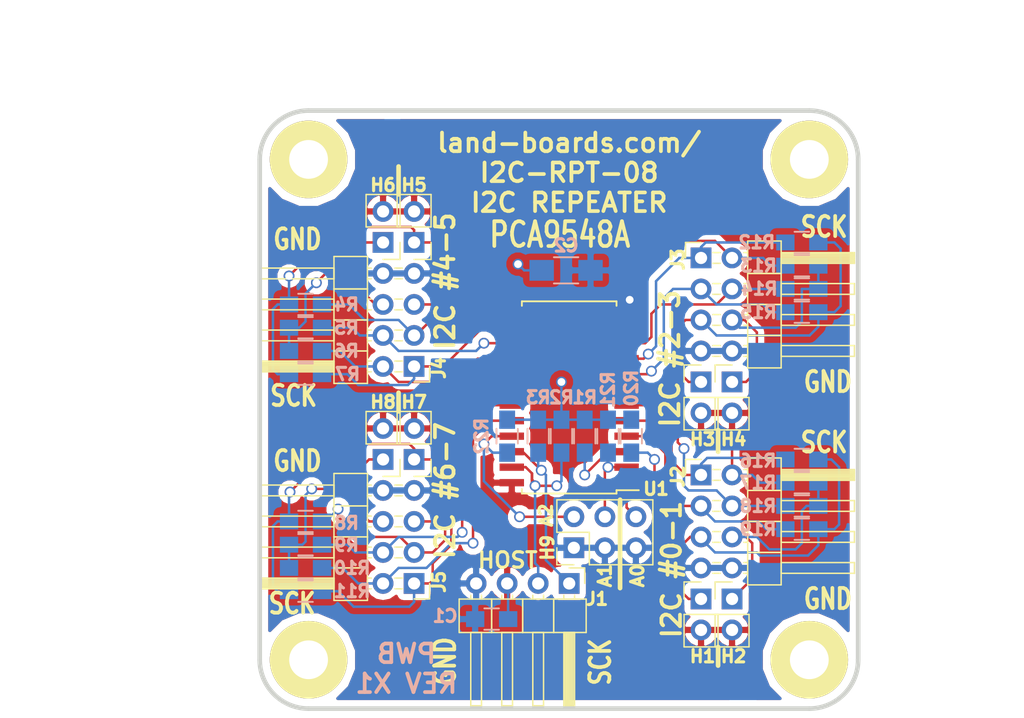
<source format=kicad_pcb>
(kicad_pcb (version 4) (host pcbnew "(after 2015-mar-04 BZR unknown)-product")
  (layers (0 Front signal) (31 Back signal) (36 B.SilkS user) (37 F.SilkS user) (38 B.Mask user) (39 F.Mask user) (44 Edge.Cuts user))
  (net 0 "")
  (net 1 GND)
  (net 2 /SDA0)
  (net 3 /SCK0)
  (net 4 /SDA1)
  (net 5 /SCK1)
  (net 6 /SDA2)
  (net 7 /SCK2)
  (net 8 /SDA3)
  (net 9 /SCK3)
  (net 10 VCC)
  (net 11 "Net-(J1-Pad1)")
  (net 12 "Net-(J1-Pad2)")
  (net 13 /SCK4)
  (net 14 /SCK5)
  (net 15 /SDA4)
  (net 16 /SDA5)
  (net 17 /SCK6)
  (net 18 /SCK7)
  (net 19 /SDA6)
  (net 20 /SDA7)
  (net 21 /VC0)
  (net 22 /VC1)
  (net 23 /VC2)
  (net 24 /VC3)
  (net 25 /VC4)
  (net 26 /VC5)
  (net 27 /VC6)
  (net 28 /VC7)
  (net 29 "Net-(R1-Pad2)")
  (net 30 /A2)
  (net 31 /A1)
  (net 32 /A0)
  (module FIDUCIAL (layer Front) (at 194.564 127)
    (fp_text reference FID1 hide)
    (fp_text value ADAFRUIT_FIDUCIAL hide)
    (pad 1 smd circle (at 0 0) (size 1 1) (layers Front F.Mask) (clearance 1))
  )
  (module FIDUCIAL (layer Front) (at 165.862 82.296)
    (fp_text reference FID2 hide)
    (fp_text value ADAFRUIT_FIDUCIAL hide)
    (pad 1 smd circle (at 0 0) (size 1 1) (layers Front F.Mask) (clearance 1))
  )
  (module Resistors_SMD:R_0805_HandSoldering (layer Back) (at 199.39 90.805)
    (fp_text reference R12 (at -3.69 -0.005) (layer B.SilkS) (effects (font (size 1.016 1.016) (thickness 0.254)) (justify mirror)))
    (fp_text value 2.2K hide)
    (pad 1 smd rect (at -1.35 0) (size 1.5 1.3) (layers Back B.Mask) (net 7 /SCK2))
    (pad 2 smd rect (at 1.35 0) (size 1.5 1.3) (layers Back B.Mask) (net 23 /VC2))
  )
  (module Resistors_SMD:R_0805_HandSoldering (layer Back) (at 199.39 96.52)
    (fp_text reference R15 (at -3.556 0) (layer B.SilkS) (effects (font (size 1.016 1.016) (thickness 0.254)) (justify mirror)))
    (fp_text value 2.2K hide)
    (pad 1 smd rect (at -1.35 0) (size 1.5 1.3) (layers Back B.Mask) (net 6 /SDA2))
    (pad 2 smd rect (at 1.35 0) (size 1.5 1.3) (layers Back B.Mask) (net 23 /VC2))
  )
  (module Resistors_SMD:R_0805_HandSoldering (layer Back) (at 199.39 92.71)
    (fp_text reference R13 (at -3.556 0) (layer B.SilkS) (effects (font (size 1.016 1.016) (thickness 0.254)) (justify mirror)))
    (fp_text value 2.2K hide)
    (pad 1 smd rect (at -1.35 0) (size 1.5 1.3) (layers Back B.Mask) (net 9 /SCK3))
    (pad 2 smd rect (at 1.35 0) (size 1.5 1.3) (layers Back B.Mask) (net 24 /VC3))
  )
  (module Resistors_SMD:R_0805_HandSoldering (layer Back) (at 158.75 99.695 180)
    (fp_text reference R6 (at -3.35 -0.005 180) (layer B.SilkS) (effects (font (size 1.016 1.016) (thickness 0.254)) (justify mirror)))
    (fp_text value 2.2K hide)
    (pad 1 smd rect (at -1.35 0 180) (size 1.5 1.3) (layers Back B.Mask) (net 14 /SCK5))
    (pad 2 smd rect (at 1.35 0 180) (size 1.5 1.3) (layers Back B.Mask) (net 26 /VC5))
  )
  (module Resistors_SMD:R_0805_HandSoldering (layer Back) (at 158.75 95.885 180)
    (fp_text reference R4 (at -3.35 -0.015 180) (layer B.SilkS) (effects (font (size 1.016 1.016) (thickness 0.254)) (justify mirror)))
    (fp_text value 2.2K hide)
    (pad 1 smd rect (at -1.35 0 180) (size 1.5 1.3) (layers Back B.Mask) (net 15 /SDA4))
    (pad 2 smd rect (at 1.35 0 180) (size 1.5 1.3) (layers Back B.Mask) (net 25 /VC4))
  )
  (module Resistors_SMD:R_0805_HandSoldering (layer Back) (at 199.39 108.585)
    (fp_text reference R16 (at -3.59 0.115) (layer B.SilkS) (effects (font (size 1.016 1.016) (thickness 0.254)) (justify mirror)))
    (fp_text value 2.2K hide)
    (pad 1 smd rect (at -1.35 0) (size 1.5 1.3) (layers Back B.Mask) (net 3 /SCK0))
    (pad 2 smd rect (at 1.35 0) (size 1.5 1.3) (layers Back B.Mask) (net 21 /VC0))
  )
  (module Resistors_SMD:R_0805_HandSoldering (layer Back) (at 199.39 114.3)
    (fp_text reference R19 (at -3.59 0) (layer B.SilkS) (effects (font (size 1.016 1.016) (thickness 0.254)) (justify mirror)))
    (fp_text value 2.2K hide)
    (pad 1 smd rect (at -1.35 0) (size 1.5 1.3) (layers Back B.Mask) (net 2 /SDA0))
    (pad 2 smd rect (at 1.35 0) (size 1.5 1.3) (layers Back B.Mask) (net 21 /VC0))
  )
  (module Resistors_SMD:R_0805_HandSoldering (layer Back) (at 158.75 119.38 180)
    (fp_text reference R11 (at -3.81 0 180) (layer B.SilkS) (effects (font (size 1.016 1.016) (thickness 0.254)) (justify mirror)))
    (fp_text value 2.2K hide)
    (pad 1 smd rect (at -1.35 0 180) (size 1.5 1.3) (layers Back B.Mask) (net 17 /SCK6))
    (pad 2 smd rect (at 1.35 0 180) (size 1.5 1.3) (layers Back B.Mask) (net 27 /VC6))
  )
  (module Resistors_SMD:R_0805_HandSoldering (layer Back) (at 199.39 94.615)
    (fp_text reference R14 (at -3.49 -0.015) (layer B.SilkS) (effects (font (size 1.016 1.016) (thickness 0.254)) (justify mirror)))
    (fp_text value 2.2K hide)
    (pad 1 smd rect (at -1.35 0) (size 1.5 1.3) (layers Back B.Mask) (net 8 /SDA3))
    (pad 2 smd rect (at 1.35 0) (size 1.5 1.3) (layers Back B.Mask) (net 24 /VC3))
  )
  (module Resistors_SMD:R_0805_HandSoldering (layer Back) (at 177.8 106.68 270)
    (fp_text reference R3 (at -3.175 0 360) (layer B.SilkS) (effects (font (size 1.016 1.016) (thickness 0.254)) (justify mirror)))
    (fp_text value 2.2K hide)
    (pad 1 smd rect (at -1.35 0 270) (size 1.5 1.3) (layers Back B.Mask) (net 10 VCC))
    (pad 2 smd rect (at 1.35 0 270) (size 1.5 1.3) (layers Back B.Mask) (net 11 "Net-(J1-Pad1)"))
  )
  (module Resistors_SMD:R_0805_HandSoldering (layer Back) (at 199.39 112.395)
    (fp_text reference R18 (at -3.59 0.005) (layer B.SilkS) (effects (font (size 1.016 1.016) (thickness 0.254)) (justify mirror)))
    (fp_text value 2.2K hide)
    (pad 1 smd rect (at -1.35 0) (size 1.5 1.3) (layers Back B.Mask) (net 4 /SDA1))
    (pad 2 smd rect (at 1.35 0) (size 1.5 1.3) (layers Back B.Mask) (net 22 /VC1))
  )
  (module Resistors_SMD:R_0805_HandSoldering (layer Back) (at 158.75 97.79 180)
    (fp_text reference R5 (at -3.35 -0.01 180) (layer B.SilkS) (effects (font (size 1.016 1.016) (thickness 0.254)) (justify mirror)))
    (fp_text value 2.2K hide)
    (pad 1 smd rect (at -1.35 0 180) (size 1.5 1.3) (layers Back B.Mask) (net 16 /SDA5))
    (pad 2 smd rect (at 1.35 0 180) (size 1.5 1.3) (layers Back B.Mask) (net 26 /VC5))
  )
  (module MTG-4-40 (layer Front) (at 159 84)
    (fp_text reference MTG1 hide)
    (fp_text value MTG_HOLE hide)
    (pad 1 thru_hole circle (at 0 0) (size 6.35 6.35) (drill 3.175) (layers *.Cu *.Mask F.SilkS))
  )
  (module MTG-4-40 (layer Front) (at 200 84)
    (fp_text reference MTG3 hide)
    (fp_text value MTG_HOLE hide)
    (pad 1 thru_hole circle (at 0 0) (size 6.35 6.35) (drill 3.175) (layers *.Cu *.Mask F.SilkS))
  )
  (module MTG-4-40 (layer Front) (at 159 125)
    (fp_text reference MTG2 hide)
    (fp_text value MTG_HOLE hide)
    (pad 1 thru_hole circle (at 0 0) (size 6.35 6.35) (drill 3.175) (layers *.Cu *.Mask F.SilkS))
  )
  (module MTG-4-40 (layer Front) (at 200 125)
    (fp_text reference MTG4 hide)
    (fp_text value MTG_HOLE hide)
    (pad 1 thru_hole circle (at 0 0) (size 6.35 6.35) (drill 3.175) (layers *.Cu *.Mask F.SilkS))
  )
  (module Resistors_SMD:R_0805_HandSoldering (layer Back) (at 158.75 101.6 180)
    (fp_text reference R7 (at -3.45 0 180) (layer B.SilkS) (effects (font (size 1.016 1.016) (thickness 0.254)) (justify mirror)))
    (fp_text value 2.2K hide)
    (pad 1 smd rect (at -1.35 0 180) (size 1.5 1.3) (layers Back B.Mask) (net 13 /SCK4))
    (pad 2 smd rect (at 1.35 0 180) (size 1.5 1.3) (layers Back B.Mask) (net 25 /VC4))
  )
  (module Resistors_SMD:R_0805_HandSoldering (layer Back) (at 179.705 106.68 270)
    (fp_text reference R2 (at -3.175 0 360) (layer B.SilkS) (effects (font (size 1.016 1.016) (thickness 0.254)) (justify mirror)))
    (fp_text value 2.2K hide)
    (pad 1 smd rect (at -1.35 0 270) (size 1.5 1.3) (layers Back B.Mask) (net 10 VCC))
    (pad 2 smd rect (at 1.35 0 270) (size 1.5 1.3) (layers Back B.Mask) (net 12 "Net-(J1-Pad2)"))
  )
  (module Resistors_SMD:R_0805_HandSoldering (layer Back) (at 199.39 110.49)
    (fp_text reference R17 (at -3.59 0.01) (layer B.SilkS) (effects (font (size 1.016 1.016) (thickness 0.254)) (justify mirror)))
    (fp_text value 2.2K hide)
    (pad 1 smd rect (at -1.35 0) (size 1.5 1.3) (layers Back B.Mask) (net 5 /SCK1))
    (pad 2 smd rect (at 1.35 0) (size 1.5 1.3) (layers Back B.Mask) (net 22 /VC1))
  )
  (module Resistors_SMD:R_0805_HandSoldering (layer Back) (at 173.99 121.666 180)
    (fp_text reference C1 (at 3.81 0.254 180) (layer B.SilkS) (effects (font (size 1.016 1.016) (thickness 0.254)) (justify mirror)))
    (fp_text value 0.1uF hide)
    (pad 1 smd rect (at -1.35 0 180) (size 1.5 1.3) (layers Back B.Mask) (net 10 VCC))
    (pad 2 smd rect (at 1.35 0 180) (size 1.5 1.3) (layers Back B.Mask) (net 1 GND))
  )
  (module Resistors_SMD:R_1206_HandSoldering (layer Back) (at 180.086 93.091)
    (fp_text reference C2 (at 0 -2.032) (layer B.SilkS) (effects (font (size 1.016 1.016) (thickness 0.254)) (justify mirror)))
    (fp_text value 0.1uF hide)
    (pad 1 smd rect (at -2 0) (size 2 1.7) (layers Back B.Mask) (net 10 VCC))
    (pad 2 smd rect (at 2 0) (size 2 1.7) (layers Back B.Mask) (net 1 GND))
  )
  (module Resistors_SMD:R_0805_HandSoldering (layer Back) (at 158.75 113.665 180)
    (fp_text reference R8 (at -3.35 -0.135 180) (layer B.SilkS) (effects (font (size 1.016 1.016) (thickness 0.254)) (justify mirror)))
    (fp_text value 2.2K hide)
    (pad 1 smd rect (at -1.35 0 180) (size 1.5 1.3) (layers Back B.Mask) (net 19 /SDA6))
    (pad 2 smd rect (at 1.35 0 180) (size 1.5 1.3) (layers Back B.Mask) (net 27 /VC6))
  )
  (module Resistors_SMD:R_0805_HandSoldering (layer Back) (at 158.75 117.475 180)
    (fp_text reference R10 (at -3.81 0 180) (layer B.SilkS) (effects (font (size 1.016 1.016) (thickness 0.254)) (justify mirror)))
    (fp_text value 2.2K hide)
    (pad 1 smd rect (at -1.35 0 180) (size 1.5 1.3) (layers Back B.Mask) (net 18 /SCK7))
    (pad 2 smd rect (at 1.35 0 180) (size 1.5 1.3) (layers Back B.Mask) (net 28 /VC7))
  )
  (module Resistors_SMD:R_0805_HandSoldering (layer Back) (at 158.75 115.57 180)
    (fp_text reference R9 (at -3.35 -0.03 180) (layer B.SilkS) (effects (font (size 1.016 1.016) (thickness 0.254)) (justify mirror)))
    (fp_text value 2.2K hide)
    (pad 1 smd rect (at -1.35 0 180) (size 1.5 1.3) (layers Back B.Mask) (net 20 /SDA7))
    (pad 2 smd rect (at 1.35 0 180) (size 1.5 1.3) (layers Back B.Mask) (net 28 /VC7))
  )
  (module Resistors_SMD:R_0805_HandSoldering (layer Back) (at 181.61 106.68 270)
    (fp_text reference R1 (at -3.175 0 360) (layer B.SilkS) (effects (font (size 1.016 1.016) (thickness 0.254)) (justify mirror)))
    (fp_text value 2.2K hide)
    (pad 1 smd rect (at -1.35 0 270) (size 1.5 1.3) (layers Back B.Mask) (net 10 VCC))
    (pad 2 smd rect (at 1.35 0 270) (size 1.5 1.3) (layers Back B.Mask) (net 29 "Net-(R1-Pad2)"))
  )
  (module Pin_Headers:Pin_Header_Angled_1x04_Pitch2.54mm (layer Front) (at 180.34 118.745 270)
    (fp_text reference J1 (at 1.27 -2.286 360) (layer F.SilkS) (effects (font (size 1.016 1.016) (thickness 0.254))))
    (fp_text value CONN_01X04 hide)
    (pad 1 thru_hole rect (at 0 0 270) (size 1.7 1.7) (drill 1) (layers *.Cu *.Mask) (net 11 "Net-(J1-Pad1)"))
    (pad 2 thru_hole oval (at 0 2.54 270) (size 1.7 1.7) (drill 1) (layers *.Cu *.Mask) (net 12 "Net-(J1-Pad2)"))
    (pad 3 thru_hole oval (at 0 5.08 270) (size 1.7 1.7) (drill 1) (layers *.Cu *.Mask) (net 10 VCC))
    (pad 4 thru_hole oval (at 0 7.62 270) (size 1.7 1.7) (drill 1) (layers *.Cu *.Mask) (net 1 GND))
  )
  (module Pin_Headers:Pin_Header_Angled_2x04_Pitch2.54mm (layer Front) (at 191.135 109.855)
    (fp_text reference J2 (at -1.905 0.127 90) (layer F.SilkS) (effects (font (size 1.016 1.016) (thickness 0.254))))
    (fp_text value CONN_02X04 hide)
    (pad 1 thru_hole rect (at 0 0) (size 1.7 1.7) (drill 1) (layers *.Cu *.Mask) (net 3 /SCK0))
    (pad 2 thru_hole oval (at 2.54 0) (size 1.7 1.7) (drill 1) (layers *.Cu *.Mask) (net 5 /SCK1))
    (pad 3 thru_hole oval (at 0 2.54) (size 1.7 1.7) (drill 1) (layers *.Cu *.Mask) (net 2 /SDA0))
    (pad 4 thru_hole oval (at 2.54 2.54) (size 1.7 1.7) (drill 1) (layers *.Cu *.Mask) (net 4 /SDA1))
    (pad 5 thru_hole oval (at 0 5.08) (size 1.7 1.7) (drill 1) (layers *.Cu *.Mask) (net 21 /VC0))
    (pad 6 thru_hole oval (at 2.54 5.08) (size 1.7 1.7) (drill 1) (layers *.Cu *.Mask) (net 22 /VC1))
    (pad 7 thru_hole oval (at 0 7.62) (size 1.7 1.7) (drill 1) (layers *.Cu *.Mask) (net 1 GND))
    (pad 8 thru_hole oval (at 2.54 7.62) (size 1.7 1.7) (drill 1) (layers *.Cu *.Mask) (net 1 GND))
  )
  (module Pin_Headers:Pin_Header_Angled_2x04_Pitch2.54mm (layer Front) (at 191.135 92.075)
    (fp_text reference J3 (at -1.905 0.127 90) (layer F.SilkS) (effects (font (size 1.016 1.016) (thickness 0.254))))
    (fp_text value CONN_02X04 hide)
    (pad 1 thru_hole rect (at 0 0) (size 1.7 1.7) (drill 1) (layers *.Cu *.Mask) (net 7 /SCK2))
    (pad 2 thru_hole oval (at 2.54 0) (size 1.7 1.7) (drill 1) (layers *.Cu *.Mask) (net 9 /SCK3))
    (pad 3 thru_hole oval (at 0 2.54) (size 1.7 1.7) (drill 1) (layers *.Cu *.Mask) (net 6 /SDA2))
    (pad 4 thru_hole oval (at 2.54 2.54) (size 1.7 1.7) (drill 1) (layers *.Cu *.Mask) (net 8 /SDA3))
    (pad 5 thru_hole oval (at 0 5.08) (size 1.7 1.7) (drill 1) (layers *.Cu *.Mask) (net 23 /VC2))
    (pad 6 thru_hole oval (at 2.54 5.08) (size 1.7 1.7) (drill 1) (layers *.Cu *.Mask) (net 24 /VC3))
    (pad 7 thru_hole oval (at 0 7.62) (size 1.7 1.7) (drill 1) (layers *.Cu *.Mask) (net 1 GND))
    (pad 8 thru_hole oval (at 2.54 7.62) (size 1.7 1.7) (drill 1) (layers *.Cu *.Mask) (net 1 GND))
  )
  (module Pin_Headers:Pin_Header_Angled_2x04_Pitch2.54mm (layer Front) (at 167.64 100.965 180)
    (fp_text reference J4 (at -2.032 -0.127 270) (layer F.SilkS) (effects (font (size 1.016 1.016) (thickness 0.254))))
    (fp_text value CONN_02X04 hide)
    (pad 1 thru_hole rect (at 0 0 180) (size 1.7 1.7) (drill 1) (layers *.Cu *.Mask) (net 13 /SCK4))
    (pad 2 thru_hole oval (at 2.54 0 180) (size 1.7 1.7) (drill 1) (layers *.Cu *.Mask) (net 14 /SCK5))
    (pad 3 thru_hole oval (at 0 2.54 180) (size 1.7 1.7) (drill 1) (layers *.Cu *.Mask) (net 15 /SDA4))
    (pad 4 thru_hole oval (at 2.54 2.54 180) (size 1.7 1.7) (drill 1) (layers *.Cu *.Mask) (net 16 /SDA5))
    (pad 5 thru_hole oval (at 0 5.08 180) (size 1.7 1.7) (drill 1) (layers *.Cu *.Mask) (net 25 /VC4))
    (pad 6 thru_hole oval (at 2.54 5.08 180) (size 1.7 1.7) (drill 1) (layers *.Cu *.Mask) (net 26 /VC5))
    (pad 7 thru_hole oval (at 0 7.62 180) (size 1.7 1.7) (drill 1) (layers *.Cu *.Mask) (net 1 GND))
    (pad 8 thru_hole oval (at 2.54 7.62 180) (size 1.7 1.7) (drill 1) (layers *.Cu *.Mask) (net 1 GND))
  )
  (module Pin_Headers:Pin_Header_Angled_2x04_Pitch2.54mm (layer Front) (at 167.64 118.745 180)
    (fp_text reference J5 (at -2.032 0.127 270) (layer F.SilkS) (effects (font (size 1.016 1.016) (thickness 0.254))))
    (fp_text value CONN_02X04 hide)
    (pad 1 thru_hole rect (at 0 0 180) (size 1.7 1.7) (drill 1) (layers *.Cu *.Mask) (net 17 /SCK6))
    (pad 2 thru_hole oval (at 2.54 0 180) (size 1.7 1.7) (drill 1) (layers *.Cu *.Mask) (net 18 /SCK7))
    (pad 3 thru_hole oval (at 0 2.54 180) (size 1.7 1.7) (drill 1) (layers *.Cu *.Mask) (net 19 /SDA6))
    (pad 4 thru_hole oval (at 2.54 2.54 180) (size 1.7 1.7) (drill 1) (layers *.Cu *.Mask) (net 20 /SDA7))
    (pad 5 thru_hole oval (at 0 5.08 180) (size 1.7 1.7) (drill 1) (layers *.Cu *.Mask) (net 27 /VC6))
    (pad 6 thru_hole oval (at 2.54 5.08 180) (size 1.7 1.7) (drill 1) (layers *.Cu *.Mask) (net 28 /VC7))
    (pad 7 thru_hole oval (at 0 7.62 180) (size 1.7 1.7) (drill 1) (layers *.Cu *.Mask) (net 1 GND))
    (pad 8 thru_hole oval (at 2.54 7.62 180) (size 1.7 1.7) (drill 1) (layers *.Cu *.Mask) (net 1 GND))
  )
  (module Pin_Headers:Pin_Header_Straight_1x02_Pitch2.54mm (layer Front) (at 191.135 120.015)
    (fp_text reference H1 (at 0.127 4.699) (layer F.SilkS) (effects (font (size 1.016 1.016) (thickness 0.254))))
    (fp_text value CONN_01X02 hide)
    (pad 1 thru_hole rect (at 0 0) (size 1.7 1.7) (drill 1) (layers *.Cu *.Mask) (net 21 /VC0))
    (pad 2 thru_hole oval (at 0 2.54) (size 1.7 1.7) (drill 1) (layers *.Cu *.Mask) (net 10 VCC))
  )
  (module Pin_Headers:Pin_Header_Straight_1x02_Pitch2.54mm (layer Front) (at 193.675 120.015)
    (fp_text reference H2 (at 0.127 4.699) (layer F.SilkS) (effects (font (size 1.016 1.016) (thickness 0.254))))
    (fp_text value CONN_01X02 hide)
    (pad 1 thru_hole rect (at 0 0) (size 1.7 1.7) (drill 1) (layers *.Cu *.Mask) (net 22 /VC1))
    (pad 2 thru_hole oval (at 0 2.54) (size 1.7 1.7) (drill 1) (layers *.Cu *.Mask) (net 10 VCC))
  )
  (module Pin_Headers:Pin_Header_Straight_1x02_Pitch2.54mm (layer Front) (at 191.135 102.235)
    (fp_text reference H3 (at 0.127 4.699) (layer F.SilkS) (effects (font (size 1.016 1.016) (thickness 0.254))))
    (fp_text value CONN_01X02 hide)
    (pad 1 thru_hole rect (at 0 0) (size 1.7 1.7) (drill 1) (layers *.Cu *.Mask) (net 23 /VC2))
    (pad 2 thru_hole oval (at 0 2.54) (size 1.7 1.7) (drill 1) (layers *.Cu *.Mask) (net 10 VCC))
  )
  (module Pin_Headers:Pin_Header_Straight_1x02_Pitch2.54mm (layer Front) (at 193.675 102.235)
    (fp_text reference H4 (at 0.127 4.699) (layer F.SilkS) (effects (font (size 1.016 1.016) (thickness 0.254))))
    (fp_text value CONN_01X02 hide)
    (pad 1 thru_hole rect (at 0 0) (size 1.7 1.7) (drill 1) (layers *.Cu *.Mask) (net 24 /VC3))
    (pad 2 thru_hole oval (at 0 2.54) (size 1.7 1.7) (drill 1) (layers *.Cu *.Mask) (net 10 VCC))
  )
  (module Pin_Headers:Pin_Header_Straight_1x02_Pitch2.54mm (layer Front) (at 167.64 90.805 180)
    (fp_text reference H5 (at 0 4.699 180) (layer F.SilkS) (effects (font (size 1.016 1.016) (thickness 0.254))))
    (fp_text value CONN_01X02 hide)
    (pad 1 thru_hole rect (at 0 0 180) (size 1.7 1.7) (drill 1) (layers *.Cu *.Mask) (net 25 /VC4))
    (pad 2 thru_hole oval (at 0 2.54 180) (size 1.7 1.7) (drill 1) (layers *.Cu *.Mask) (net 10 VCC))
  )
  (module Pin_Headers:Pin_Header_Straight_1x02_Pitch2.54mm (layer Front) (at 165.1 90.805 180)
    (fp_text reference H6 (at 0 4.699 180) (layer F.SilkS) (effects (font (size 1.016 1.016) (thickness 0.254))))
    (fp_text value CONN_01X02 hide)
    (pad 1 thru_hole rect (at 0 0 180) (size 1.7 1.7) (drill 1) (layers *.Cu *.Mask) (net 26 /VC5))
    (pad 2 thru_hole oval (at 0 2.54 180) (size 1.7 1.7) (drill 1) (layers *.Cu *.Mask) (net 10 VCC))
  )
  (module Pin_Headers:Pin_Header_Straight_1x02_Pitch2.54mm (layer Front) (at 167.64 108.585 180)
    (fp_text reference H7 (at 0 4.699 180) (layer F.SilkS) (effects (font (size 1.016 1.016) (thickness 0.254))))
    (fp_text value CONN_01X02 hide)
    (pad 1 thru_hole rect (at 0 0 180) (size 1.7 1.7) (drill 1) (layers *.Cu *.Mask) (net 27 /VC6))
    (pad 2 thru_hole oval (at 0 2.54 180) (size 1.7 1.7) (drill 1) (layers *.Cu *.Mask) (net 10 VCC))
  )
  (module Pin_Headers:Pin_Header_Straight_1x02_Pitch2.54mm (layer Front) (at 165.1 108.585 180)
    (fp_text reference H8 (at 0 4.699 180) (layer F.SilkS) (effects (font (size 1.016 1.016) (thickness 0.254))))
    (fp_text value CONN_01X02 hide)
    (pad 1 thru_hole rect (at 0 0 180) (size 1.7 1.7) (drill 1) (layers *.Cu *.Mask) (net 28 /VC7))
    (pad 2 thru_hole oval (at 0 2.54 180) (size 1.7 1.7) (drill 1) (layers *.Cu *.Mask) (net 10 VCC))
  )
  (module Housings_SOIC:SOIC-24W_7.5x15.4mm_Pitch1.27mm (layer Front) (at 180.34 103.505 180)
    (fp_text reference U1 (at -7.112 -7.493 180) (layer F.SilkS) (effects (font (size 1.016 1.016) (thickness 0.254))))
    (fp_text value PCA9548A hide)
    (pad 1 smd rect (at -4.7 -6.985 180) (size 2 0.6) (layers Front F.Mask) (net 32 /A0))
    (pad 2 smd rect (at -4.7 -5.715 180) (size 2 0.6) (layers Front F.Mask) (net 31 /A1))
    (pad 3 smd rect (at -4.7 -4.445 180) (size 2 0.6) (layers Front F.Mask) (net 29 "Net-(R1-Pad2)"))
    (pad 4 smd rect (at -4.7 -3.175 180) (size 2 0.6) (layers Front F.Mask) (net 2 /SDA0))
    (pad 5 smd rect (at -4.7 -1.905 180) (size 2 0.6) (layers Front F.Mask) (net 3 /SCK0))
    (pad 6 smd rect (at -4.7 -0.635 180) (size 2 0.6) (layers Front F.Mask) (net 4 /SDA1))
    (pad 7 smd rect (at -4.7 0.635 180) (size 2 0.6) (layers Front F.Mask) (net 5 /SCK1))
    (pad 8 smd rect (at -4.7 1.905 180) (size 2 0.6) (layers Front F.Mask) (net 6 /SDA2))
    (pad 9 smd rect (at -4.7 3.175 180) (size 2 0.6) (layers Front F.Mask) (net 7 /SCK2))
    (pad 10 smd rect (at -4.7 4.445 180) (size 2 0.6) (layers Front F.Mask) (net 8 /SDA3))
    (pad 11 smd rect (at -4.7 5.715 180) (size 2 0.6) (layers Front F.Mask) (net 9 /SCK3))
    (pad 12 smd rect (at -4.7 6.985 180) (size 2 0.6) (layers Front F.Mask) (net 1 GND))
    (pad 13 smd rect (at 4.7 6.985 180) (size 2 0.6) (layers Front F.Mask) (net 15 /SDA4))
    (pad 14 smd rect (at 4.7 5.715 180) (size 2 0.6) (layers Front F.Mask) (net 13 /SCK4))
    (pad 15 smd rect (at 4.7 4.445 180) (size 2 0.6) (layers Front F.Mask) (net 16 /SDA5))
    (pad 16 smd rect (at 4.7 3.175 180) (size 2 0.6) (layers Front F.Mask) (net 14 /SCK5))
    (pad 17 smd rect (at 4.7 1.905 180) (size 2 0.6) (layers Front F.Mask) (net 19 /SDA6))
    (pad 18 smd rect (at 4.7 0.635 180) (size 2 0.6) (layers Front F.Mask) (net 17 /SCK6))
    (pad 19 smd rect (at 4.7 -0.635 180) (size 2 0.6) (layers Front F.Mask) (net 20 /SDA7))
    (pad 20 smd rect (at 4.7 -1.905 180) (size 2 0.6) (layers Front F.Mask) (net 18 /SCK7))
    (pad 21 smd rect (at 4.7 -3.175 180) (size 2 0.6) (layers Front F.Mask) (net 30 /A2))
    (pad 22 smd rect (at 4.7 -4.445 180) (size 2 0.6) (layers Front F.Mask) (net 11 "Net-(J1-Pad1)"))
    (pad 23 smd rect (at 4.7 -5.715 180) (size 2 0.6) (layers Front F.Mask) (net 12 "Net-(J1-Pad2)"))
    (pad 24 smd rect (at 4.7 -6.985 180) (size 2 0.6) (layers Front F.Mask) (net 10 VCC))
  )
  (module Resistors_SMD:R_0805_HandSoldering (layer Back) (at 185.42 106.68 270)
    (fp_text reference R20 (at -3.937 0 270) (layer B.SilkS) (effects (font (size 1.016 1.016) (thickness 0.254)) (justify mirror)))
    (fp_text value DNP)
    (pad 1 smd rect (at -1.35 0 270) (size 1.5 1.3) (layers Back B.Mask) (net 10 VCC))
    (pad 2 smd rect (at 1.35 0 270) (size 1.5 1.3) (layers Back B.Mask) (net 32 /A0))
  )
  (module Resistors_SMD:R_0805_HandSoldering (layer Back) (at 183.515 106.68 270)
    (fp_text reference R21 (at -3.81 0 270) (layer B.SilkS) (effects (font (size 1.016 1.016) (thickness 0.254)) (justify mirror)))
    (fp_text value DNP)
    (pad 1 smd rect (at -1.35 0 270) (size 1.5 1.3) (layers Back B.Mask) (net 10 VCC))
    (pad 2 smd rect (at 1.35 0 270) (size 1.5 1.3) (layers Back B.Mask) (net 31 /A1))
  )
  (module Resistors_SMD:R_0805_HandSoldering (layer Back) (at 175.26 106.68 270)
    (fp_text reference R22 (at 0 2.1 270) (layer B.SilkS) (effects (font (size 1.016 1.016) (thickness 0.254)) (justify mirror)))
    (fp_text value DNP hide)
    (pad 1 smd rect (at -1.35 0 270) (size 1.5 1.3) (layers Back B.Mask) (net 10 VCC))
    (pad 2 smd rect (at 1.35 0 270) (size 1.5 1.3) (layers Back B.Mask) (net 30 /A2))
  )
  (module Pin_Headers:Pin_Header_Straight_2x03_Pitch2.54mm (layer Front) (at 180.721 115.824 90)
    (fp_text reference H9 (at 0 -2.159 90) (layer F.SilkS) (effects (font (size 1.016 1.016) (thickness 0.254))))
    (fp_text value CONN_02X03 hide)
    (pad 1 thru_hole rect (at 0 0 90) (size 1.7 1.7) (drill 1) (layers *.Cu *.Mask) (net 1 GND))
    (pad 2 thru_hole oval (at 2.54 0 90) (size 1.7 1.7) (drill 1) (layers *.Cu *.Mask) (net 30 /A2))
    (pad 3 thru_hole oval (at 0 2.54 90) (size 1.7 1.7) (drill 1) (layers *.Cu *.Mask) (net 1 GND))
    (pad 4 thru_hole oval (at 2.54 2.54 90) (size 1.7 1.7) (drill 1) (layers *.Cu *.Mask) (net 31 /A1))
    (pad 5 thru_hole oval (at 0 5.08 90) (size 1.7 1.7) (drill 1) (layers *.Cu *.Mask) (net 1 GND))
    (pad 6 thru_hole oval (at 2.54 5.08 90) (size 1.7 1.7) (drill 1) (layers *.Cu *.Mask) (net 32 /A0))
  )
  (gr_text SCK (at 182.88 127.254 90) (layer F.SilkS) (effects (font (size 1.651 1.27) (thickness 0.3048)) (justify left)))
  (gr_text "land-boards.com/\nI2C-RPT-08\nI2C REPEATER" (at 180.34 85.09) (layer F.SilkS) (effects (font (thickness 0.3048))))
  (gr_text GND (at 170.18 127.254 90) (layer F.SilkS) (effects (font (size 1.651 1.27) (thickness 0.3048)) (justify left)))
  (gr_line (start 192.532 106.172) (end 192.532 107.95) (angle 90) (layer F.SilkS) (width 0.381))
  (gr_line (start 192.532 123.952) (end 192.532 125.476) (angle 90) (layer F.SilkS) (width 0.381))
  (gr_line (start 166.37 104.648) (end 166.37 103.124) (angle 90) (layer F.SilkS) (width 0.381))
  (gr_line (start 166.37 86.868) (end 166.37 84.582) (angle 90) (layer F.SilkS) (width 0.381))
  (gr_line (start 184.5056 111.887) (end 184.5056 119.126) (angle 90) (layer F.SilkS) (width 0.381))
  (gr_text A1 (at 183.261 118.11 90) (layer F.SilkS) (effects (font (size 1.016 1.016) (thickness 0.254))))
  (gr_text A2 (at 178.435 113.157 90) (layer F.SilkS) (effects (font (size 1.016 1.016) (thickness 0.254))))
  (gr_text A0 (at 185.928 118.11 90) (layer F.SilkS) (effects (font (size 1.016 1.016) (thickness 0.254))))
  (gr_text SCK (at 155.575 120.396) (layer F.SilkS) (effects (font (size 1.651 1.27) (thickness 0.3048)) (justify left)))
  (gr_text SCK (at 155.702 103.378) (layer F.SilkS) (effects (font (size 1.651 1.27) (thickness 0.3048)) (justify left)))
  (gr_text SCK (at 199.136 89.535) (layer F.SilkS) (effects (font (size 1.651 1.27) (thickness 0.3048)) (justify left)))
  (gr_text SCK (at 199.136 107.188) (layer F.SilkS) (effects (font (size 1.651 1.27) (thickness 0.3048)) (justify left)))
  (gr_text GND (at 199.39 102.235) (layer F.SilkS) (effects (font (size 1.651 1.27) (thickness 0.3048)) (justify left)))
  (gr_text GND (at 199.39 120.015) (layer F.SilkS) (effects (font (size 1.651 1.27) (thickness 0.3048)) (justify left)))
  (gr_text GND (at 155.956 108.712) (layer F.SilkS) (effects (font (size 1.651 1.27) (thickness 0.3048)) (justify left)))
  (gr_text GND (at 155.956 90.551) (layer F.SilkS) (effects (font (size 1.651 1.27) (thickness 0.3048)) (justify left)))
  (gr_text PCA9548A (at 179.578 90.17) (layer F.SilkS) (effects (font (size 2.032 1.524) (thickness 0.3048))))
  (gr_text "I2C #0-1" (at 188.722 117.602 90) (layer F.SilkS) (effects (font (thickness 0.3048))))
  (gr_text "I2C #2-3" (at 188.595 100.33 90) (layer F.SilkS) (effects (font (thickness 0.3048))))
  (gr_text "I2C #4-5" (at 170.18 93.98 90) (layer F.SilkS) (effects (font (thickness 0.3048))))
  (gr_text HOST (at 172.72 116.84) (layer F.SilkS) (effects (font (size 1.27 1.27) (thickness 0.254)) (justify left)))
  (gr_text "I2C #6-7" (at 170.18 111.125 90) (layer F.SilkS) (effects (font (thickness 0.3048))))
  (gr_text "PWB\nREV X1" (at 167.005 125.73) (layer B.SilkS) (effects (font (thickness 0.3048)) (justify mirror)))
  (gr_line (start 204 125) (end 204 84) (angle 90) (layer Edge.Cuts) (width 0.381))
  (gr_line (start 159 129) (end 200 129) (angle 90) (layer Edge.Cuts) (width 0.381))
  (gr_line (start 155 84) (end 155 125) (angle 90) (layer Edge.Cuts) (width 0.381))
  (gr_line (start 200 80) (end 159 80) (angle 90) (layer Edge.Cuts) (width 0.381))
  (gr_arc (start 159 125) (end 159 129) (angle 90) (layer Edge.Cuts) (width 0.381))
  (gr_arc (start 200 125) (end 204 125) (angle 90) (layer Edge.Cuts) (width 0.381))
  (gr_arc (start 200 84) (end 200 80) (angle 90) (layer Edge.Cuts) (width 0.381))
  (gr_arc (start 159 84) (end 155 84) (angle 90) (layer Edge.Cuts) (width 0.381))
  (segment (start 185.04 95.757) (end 185.293 95.504) (width 0.2032) (layer Front) (net 1))
  (via (at 185.293 95.504) (size 0.889) (layers Front Back) (net 1))
  (segment (start 185.04 96.52) (end 185.04 95.757) (width 0.2032) (layer Front) (net 1))
  (segment (start 196.469 114.3) (end 198.04 114.3) (width 0.2032) (layer Back) (net 2))
  (segment (start 195.834 113.665) (end 196.469 114.3) (width 0.2032) (layer Back) (net 2))
  (segment (start 192.278 113.665) (end 195.834 113.665) (width 0.2032) (layer Back) (net 2))
  (segment (start 191.135 112.522) (end 192.278 113.665) (width 0.2032) (layer Back) (net 2))
  (segment (start 191.135 112.395) (end 191.135 112.522) (width 0.2032) (layer Back) (net 2))
  (segment (start 186.817 106.68) (end 188.214 108.077) (width 0.2032) (layer Front) (net 2))
  (segment (start 188.214 108.077) (end 188.214 111.125) (width 0.2032) (layer Front) (net 2))
  (segment (start 188.214 111.125) (end 189.484 112.395) (width 0.2032) (layer Front) (net 2))
  (segment (start 189.484 112.395) (end 191.135 112.395) (width 0.2032) (layer Front) (net 2))
  (segment (start 185.04 106.68) (end 186.817 106.68) (width 0.2032) (layer Front) (net 2))
  (segment (start 197.913 108.458) (end 198.04 108.585) (width 0.2032) (layer Back) (net 3))
  (segment (start 191.643 108.458) (end 197.913 108.458) (width 0.2032) (layer Back) (net 3))
  (segment (start 191.643 108.458) (end 191.135 108.966) (width 0.2032) (layer Back) (net 3))
  (segment (start 191.135 108.966) (end 191.135 109.855) (width 0.2032) (layer Back) (net 3))
  (segment (start 186.817 105.41) (end 188.722 107.315) (width 0.2032) (layer Front) (net 3))
  (segment (start 185.04 105.41) (end 186.817 105.41) (width 0.2032) (layer Front) (net 3))
  (segment (start 189.865 109.855) (end 188.722 108.712) (width 0.2032) (layer Front) (net 3))
  (segment (start 188.722 108.712) (end 188.722 107.315) (width 0.2032) (layer Front) (net 3))
  (segment (start 191.135 109.855) (end 189.865 109.855) (width 0.2032) (layer Front) (net 3))
  (segment (start 198.04 112.395) (end 193.675 112.395) (width 0.2032) (layer Back) (net 4))
  (segment (start 190.119 111.125) (end 192.405 111.125) (width 0.2032) (layer Back) (net 4))
  (segment (start 185.04 104.14) (end 187.198 104.14) (width 0.2032) (layer Front) (net 4))
  (segment (start 187.198 104.775) (end 187.198 104.14) (width 0.2032) (layer Front) (net 4))
  (segment (start 189.23 106.807) (end 187.198 104.775) (width 0.2032) (layer Front) (net 4))
  (segment (start 189.23 107.188) (end 189.23 106.807) (width 0.2032) (layer Front) (net 4))
  (segment (start 189.738 107.696) (end 189.23 107.188) (width 0.2032) (layer Front) (net 4))
  (via (at 189.738 107.696) (size 0.889) (layers Front Back) (net 4))
  (segment (start 192.405 111.125) (end 190.119 111.125) (width 0.2032) (layer Back) (net 4))
  (segment (start 193.675 112.395) (end 192.405 111.125) (width 0.2032) (layer Back) (net 4))
  (segment (start 189.738 110.744) (end 190.119 111.125) (width 0.2032) (layer Back) (net 4))
  (segment (start 189.738 107.696) (end 189.738 110.744) (width 0.2032) (layer Back) (net 4))
  (segment (start 188.214 102.87) (end 189.23 103.886) (width 0.2032) (layer Front) (net 5))
  (segment (start 189.23 103.886) (end 189.23 105.791) (width 0.2032) (layer Front) (net 5))
  (segment (start 189.23 105.791) (end 190.627 107.188) (width 0.2032) (layer Front) (net 5))
  (segment (start 190.627 107.188) (end 193.167 107.188) (width 0.2032) (layer Front) (net 5))
  (segment (start 193.167 107.188) (end 193.675 107.696) (width 0.2032) (layer Front) (net 5))
  (segment (start 185.04 102.87) (end 188.214 102.87) (width 0.2032) (layer Front) (net 5))
  (segment (start 195.326 109.855) (end 195.961 110.49) (width 0.2032) (layer Back) (net 5))
  (segment (start 195.961 110.49) (end 198.04 110.49) (width 0.2032) (layer Back) (net 5))
  (segment (start 193.675 109.855) (end 195.326 109.855) (width 0.2032) (layer Back) (net 5))
  (segment (start 193.675 109.855) (end 193.675 107.696) (width 0.2032) (layer Front) (net 5))
  (segment (start 186.944 101.6) (end 187.071 101.473) (width 0.2032) (layer Front) (net 6))
  (segment (start 187.071 101.473) (end 187.071 101.346) (width 0.2032) (layer Front) (net 6))
  (via (at 187.071 101.346) (size 0.889) (layers Front Back) (net 6))
  (segment (start 187.071 101.346) (end 188.087 100.33) (width 0.2032) (layer Back) (net 6))
  (segment (start 188.087 100.33) (end 188.087 95.377) (width 0.2032) (layer Back) (net 6))
  (segment (start 188.087 95.377) (end 188.849 94.615) (width 0.2032) (layer Back) (net 6))
  (segment (start 188.849 94.615) (end 191.135 94.615) (width 0.2032) (layer Back) (net 6))
  (segment (start 185.04 101.6) (end 186.944 101.6) (width 0.2032) (layer Front) (net 6))
  (segment (start 196.85 96.52) (end 196.215 95.885) (width 0.2032) (layer Back) (net 6))
  (segment (start 196.215 95.885) (end 192.405 95.885) (width 0.2032) (layer Back) (net 6))
  (segment (start 192.405 95.885) (end 191.135 94.615) (width 0.2032) (layer Back) (net 6))
  (segment (start 198.04 96.52) (end 196.85 96.52) (width 0.2032) (layer Back) (net 6))
  (segment (start 186.436 100.33) (end 186.817 99.949) (width 0.2032) (layer Front) (net 7))
  (via (at 186.817 99.949) (size 0.889) (layers Front Back) (net 7))
  (segment (start 186.817 99.949) (end 187.452 99.314) (width 0.2032) (layer Back) (net 7))
  (segment (start 187.452 99.314) (end 187.452 93.98) (width 0.2032) (layer Back) (net 7))
  (segment (start 187.452 93.98) (end 189.357 92.075) (width 0.2032) (layer Back) (net 7))
  (segment (start 189.357 92.075) (end 191.135 92.075) (width 0.2032) (layer Back) (net 7))
  (segment (start 185.04 100.33) (end 186.436 100.33) (width 0.2032) (layer Front) (net 7))
  (segment (start 191.516 90.805) (end 191.135 91.186) (width 0.2032) (layer Back) (net 7))
  (segment (start 191.135 91.186) (end 191.135 92.075) (width 0.2032) (layer Back) (net 7))
  (segment (start 198.04 90.805) (end 191.516 90.805) (width 0.2032) (layer Back) (net 7))
  (segment (start 186.563 99.06) (end 187.071 98.552) (width 0.2032) (layer Front) (net 8))
  (segment (start 185.04 99.06) (end 186.563 99.06) (width 0.2032) (layer Front) (net 8))
  (segment (start 192.405 95.885) (end 193.675 94.615) (width 0.2032) (layer Front) (net 8))
  (segment (start 187.833 95.885) (end 187.071 96.647) (width 0.2032) (layer Front) (net 8))
  (segment (start 187.071 96.647) (end 187.071 98.552) (width 0.2032) (layer Front) (net 8))
  (segment (start 192.405 95.885) (end 187.833 95.885) (width 0.2032) (layer Front) (net 8))
  (segment (start 198.04 94.615) (end 193.675 94.615) (width 0.2032) (layer Back) (net 8))
  (segment (start 186.309 97.79) (end 186.436 97.663) (width 0.2032) (layer Front) (net 9))
  (segment (start 186.436 97.663) (end 186.436 92.583) (width 0.2032) (layer Front) (net 9))
  (segment (start 186.436 92.583) (end 188.341 90.678) (width 0.2032) (layer Front) (net 9))
  (segment (start 188.341 90.678) (end 192.278 90.678) (width 0.2032) (layer Front) (net 9))
  (segment (start 192.278 90.678) (end 193.675 92.075) (width 0.2032) (layer Front) (net 9))
  (segment (start 185.04 97.79) (end 186.309 97.79) (width 0.2032) (layer Front) (net 9))
  (segment (start 196.85 92.71) (end 196.215 92.075) (width 0.2032) (layer Back) (net 9))
  (segment (start 196.215 92.075) (end 193.675 92.075) (width 0.2032) (layer Back) (net 9))
  (segment (start 198.04 92.71) (end 196.85 92.71) (width 0.2032) (layer Back) (net 9))
  (segment (start 179.705 105.33) (end 181.61 105.33) (width 0.2032) (layer Back) (net 10))
  (segment (start 177.8 105.33) (end 179.705 105.33) (width 0.2032) (layer Back) (net 10))
  (via (at 179.705 102.235) (size 0.889) (layers Front Back) (net 10))
  (segment (start 179.705 105.33) (end 179.705 102.235) (width 0.2032) (layer Back) (net 10))
  (segment (start 176.657 93.091) (end 176.149 92.583) (width 0.2032) (layer Back) (net 10))
  (via (at 176.149 92.583) (size 0.889) (layers Front Back) (net 10))
  (segment (start 178.086 93.091) (end 176.657 93.091) (width 0.2032) (layer Back) (net 10))
  (segment (start 175.34 118.825) (end 175.26 118.745) (width 0.2032) (layer Back) (net 10))
  (segment (start 175.34 121.666) (end 175.34 118.825) (width 0.2032) (layer Back) (net 10))
  (segment (start 177.8 105.33) (end 175.26 105.33) (width 0.2032) (layer Back) (net 10))
  (segment (start 183.515 105.33) (end 181.61 105.33) (width 0.2032) (layer Back) (net 10))
  (segment (start 183.515 105.33) (end 185.42 105.33) (width 0.2032) (layer Back) (net 10))
  (segment (start 177.8 109.22) (end 177.8 108.03) (width 0.2032) (layer Back) (net 11))
  (segment (start 178.054 109.474) (end 177.8 109.22) (width 0.2032) (layer Back) (net 11))
  (via (at 178.054 109.474) (size 0.889) (layers Front Back) (net 11))
  (segment (start 176.53 107.95) (end 178.054 109.474) (width 0.2032) (layer Front) (net 11))
  (segment (start 175.64 107.95) (end 176.53 107.95) (width 0.2032) (layer Front) (net 11))
  (segment (start 178.435 116.84) (end 178.435 109.855) (width 0.2032) (layer Back) (net 11))
  (segment (start 178.435 109.855) (end 178.054 109.474) (width 0.2032) (layer Back) (net 11))
  (segment (start 180.34 118.745) (end 178.435 116.84) (width 0.2032) (layer Back) (net 11))
  (segment (start 179.705 108.03) (end 179.705 110.363) (width 0.2032) (layer Back) (net 12))
  (via (at 179.324 110.744) (size 0.889) (layers Front Back) (net 12))
  (segment (start 179.705 110.363) (end 179.324 110.744) (width 0.2032) (layer Back) (net 12))
  (segment (start 177.292 110.236) (end 177.8 110.744) (width 0.2032) (layer Front) (net 12))
  (segment (start 177.8 110.744) (end 179.324 110.744) (width 0.2032) (layer Front) (net 12))
  (segment (start 177.292 109.728) (end 177.292 110.236) (width 0.2032) (layer Front) (net 12))
  (segment (start 176.784 109.22) (end 177.292 109.728) (width 0.2032) (layer Front) (net 12))
  (segment (start 175.64 109.22) (end 176.784 109.22) (width 0.2032) (layer Front) (net 12))
  (segment (start 177.8 117.348) (end 177.546 117.094) (width 0.2032) (layer Back) (net 12))
  (segment (start 177.546 117.094) (end 177.546 110.744) (width 0.2032) (layer Back) (net 12))
  (via (at 177.546 110.744) (size 0.889) (layers Front Back) (net 12))
  (segment (start 177.546 110.744) (end 177.292 110.49) (width 0.2032) (layer Front) (net 12))
  (segment (start 177.292 110.49) (end 177.292 109.728) (width 0.2032) (layer Front) (net 12))
  (segment (start 177.8 118.745) (end 177.8 117.348) (width 0.2032) (layer Back) (net 12))
  (segment (start 160.1 101.6) (end 162.179 101.6) (width 0.2032) (layer Back) (net 13))
  (segment (start 167.64 101.981) (end 167.64 100.965) (width 0.2032) (layer Back) (net 13))
  (segment (start 167.132 102.489) (end 167.64 101.981) (width 0.2032) (layer Back) (net 13))
  (segment (start 163.068 102.489) (end 167.132 102.489) (width 0.2032) (layer Back) (net 13))
  (segment (start 162.179 101.6) (end 163.068 102.489) (width 0.2032) (layer Back) (net 13))
  (segment (start 173.228 97.79) (end 170.053 100.965) (width 0.2032) (layer Front) (net 13))
  (segment (start 170.053 100.965) (end 167.64 100.965) (width 0.2032) (layer Front) (net 13))
  (segment (start 175.64 97.79) (end 173.228 97.79) (width 0.2032) (layer Front) (net 13))
  (segment (start 165.354 101.219) (end 165.1 100.965) (width 0.2032) (layer Front) (net 14))
  (segment (start 161.544 99.695) (end 162.814 100.965) (width 0.2032) (layer Back) (net 14))
  (segment (start 162.814 100.965) (end 165.1 100.965) (width 0.2032) (layer Back) (net 14))
  (segment (start 160.1 99.695) (end 161.544 99.695) (width 0.2032) (layer Back) (net 14))
  (segment (start 172.847 100.33) (end 170.942 102.235) (width 0.2032) (layer Front) (net 14))
  (segment (start 170.942 102.235) (end 166.37 102.235) (width 0.2032) (layer Front) (net 14))
  (segment (start 166.37 102.235) (end 165.1 100.965) (width 0.2032) (layer Front) (net 14))
  (segment (start 175.64 100.33) (end 172.847 100.33) (width 0.2032) (layer Front) (net 14))
  (segment (start 167.64 97.79) (end 167.64 98.425) (width 0.2032) (layer Back) (net 15))
  (segment (start 162.306 95.885) (end 163.576 97.155) (width 0.2032) (layer Back) (net 15))
  (segment (start 163.576 97.155) (end 166.37 97.155) (width 0.2032) (layer Back) (net 15))
  (segment (start 166.37 97.155) (end 167.64 98.425) (width 0.2032) (layer Back) (net 15))
  (segment (start 160.1 95.885) (end 162.306 95.885) (width 0.2032) (layer Back) (net 15))
  (segment (start 169.672 96.52) (end 175.64 96.52) (width 0.2032) (layer Front) (net 15))
  (segment (start 167.767 98.425) (end 169.672 96.52) (width 0.2032) (layer Front) (net 15))
  (segment (start 167.64 98.425) (end 167.767 98.425) (width 0.2032) (layer Front) (net 15))
  (segment (start 162.56 97.79) (end 163.195 98.425) (width 0.2032) (layer Back) (net 16))
  (segment (start 163.195 98.425) (end 165.1 98.425) (width 0.2032) (layer Back) (net 16))
  (segment (start 160.1 97.79) (end 162.56 97.79) (width 0.2032) (layer Back) (net 16))
  (via (at 173.355 99.06) (size 0.889) (layers Front Back) (net 16))
  (segment (start 173.355 99.06) (end 172.72 99.695) (width 0.2032) (layer Back) (net 16))
  (segment (start 172.72 99.695) (end 166.37 99.695) (width 0.2032) (layer Back) (net 16))
  (segment (start 166.37 99.695) (end 165.1 98.425) (width 0.2032) (layer Back) (net 16))
  (segment (start 175.64 99.06) (end 173.355 99.06) (width 0.2032) (layer Front) (net 16))
  (segment (start 167.64 118.745) (end 168.91 118.745) (width 0.2032) (layer Front) (net 17))
  (segment (start 169.164 117.094) (end 170.688 115.57) (width 0.2032) (layer Front) (net 17))
  (segment (start 169.164 118.491) (end 169.164 117.094) (width 0.2032) (layer Front) (net 17))
  (segment (start 168.91 118.745) (end 169.164 118.491) (width 0.2032) (layer Front) (net 17))
  (segment (start 173.736 102.87) (end 170.688 105.918) (width 0.2032) (layer Front) (net 17))
  (segment (start 175.64 102.87) (end 173.736 102.87) (width 0.2032) (layer Front) (net 17))
  (segment (start 170.688 105.918) (end 170.688 115.57) (width 0.2032) (layer Front) (net 17))
  (segment (start 161.417 119.38) (end 162.687 120.65) (width 0.2032) (layer Back) (net 17))
  (segment (start 162.687 120.65) (end 167.259 120.65) (width 0.2032) (layer Back) (net 17))
  (segment (start 167.259 120.65) (end 167.64 120.269) (width 0.2032) (layer Back) (net 17))
  (segment (start 167.64 120.269) (end 167.64 118.745) (width 0.2032) (layer Back) (net 17))
  (segment (start 160.1 119.38) (end 161.417 119.38) (width 0.2032) (layer Back) (net 17))
  (segment (start 172.466 115.443) (end 170.688 115.443) (width 0.2032) (layer Back) (net 18))
  (segment (start 170.688 115.443) (end 168.656 117.475) (width 0.2032) (layer Back) (net 18))
  (segment (start 166.37 117.475) (end 168.656 117.475) (width 0.2032) (layer Back) (net 18))
  (segment (start 166.37 117.475) (end 165.1 118.745) (width 0.2032) (layer Back) (net 18))
  (via (at 172.466 115.443) (size 0.889) (layers Front Back) (net 18))
  (segment (start 173.863 105.41) (end 172.466 106.807) (width 0.2032) (layer Front) (net 18))
  (segment (start 175.64 105.41) (end 173.863 105.41) (width 0.2032) (layer Front) (net 18))
  (segment (start 172.466 106.807) (end 172.466 115.443) (width 0.2032) (layer Front) (net 18))
  (segment (start 161.798 117.475) (end 163.068 118.745) (width 0.2032) (layer Back) (net 18))
  (segment (start 163.068 118.745) (end 165.1 118.745) (width 0.2032) (layer Back) (net 18))
  (segment (start 160.1 117.475) (end 161.798 117.475) (width 0.2032) (layer Back) (net 18))
  (segment (start 173.101 101.6) (end 170.18 104.521) (width 0.2032) (layer Front) (net 19))
  (segment (start 170.18 104.521) (end 170.18 115.189) (width 0.2032) (layer Front) (net 19))
  (segment (start 170.18 115.189) (end 169.164 116.205) (width 0.2032) (layer Front) (net 19))
  (segment (start 169.164 116.205) (end 167.64 116.205) (width 0.2032) (layer Front) (net 19))
  (segment (start 175.64 101.6) (end 173.101 101.6) (width 0.2032) (layer Front) (net 19))
  (segment (start 160.401 113.665) (end 160.1 113.665) (width 0.2032) (layer Back) (net 19))
  (segment (start 166.497 114.935) (end 163.068 114.935) (width 0.2032) (layer Front) (net 19))
  (segment (start 163.068 114.935) (end 161.417 113.284) (width 0.2032) (layer Front) (net 19))
  (segment (start 161.417 113.284) (end 161.417 112.649) (width 0.2032) (layer Front) (net 19))
  (via (at 161.417 112.649) (size 0.889) (layers Front Back) (net 19))
  (segment (start 161.417 112.649) (end 160.401 113.665) (width 0.2032) (layer Back) (net 19))
  (segment (start 167.64 116.078) (end 166.497 114.935) (width 0.2032) (layer Front) (net 19))
  (segment (start 167.64 116.205) (end 167.64 116.078) (width 0.2032) (layer Front) (net 19))
  (segment (start 173.431202 104.14) (end 171.577 105.994202) (width 0.2032) (layer Front) (net 20))
  (segment (start 171.577 105.994202) (end 171.577 114.554) (width 0.2032) (layer Front) (net 20))
  (via (at 171.577 114.554) (size 0.889) (layers Front Back) (net 20))
  (segment (start 171.577 114.554) (end 171.196 114.935) (width 0.2032) (layer Back) (net 20))
  (segment (start 171.196 114.935) (end 166.37 114.935) (width 0.2032) (layer Back) (net 20))
  (segment (start 166.37 114.935) (end 165.1 116.205) (width 0.2032) (layer Back) (net 20))
  (segment (start 175.64 104.14) (end 173.431202 104.14) (width 0.2032) (layer Front) (net 20))
  (segment (start 162.179 115.57) (end 162.814 116.205) (width 0.2032) (layer Back) (net 20))
  (segment (start 162.814 116.205) (end 165.1 116.205) (width 0.2032) (layer Back) (net 20))
  (segment (start 160.1 115.57) (end 162.179 115.57) (width 0.2032) (layer Back) (net 20))
  (segment (start 190.246 114.935) (end 189.611 115.57) (width 0.2032) (layer Front) (net 21))
  (segment (start 189.611 115.57) (end 189.611 119.507) (width 0.2032) (layer Front) (net 21))
  (segment (start 189.611 119.507) (end 190.119 120.015) (width 0.2032) (layer Front) (net 21))
  (segment (start 190.119 120.015) (end 191.135 120.015) (width 0.2032) (layer Front) (net 21))
  (segment (start 191.135 114.935) (end 190.246 114.935) (width 0.2032) (layer Front) (net 21))
  (segment (start 201.803 108.585) (end 202.438 109.22) (width 0.2032) (layer Back) (net 21))
  (segment (start 202.438 109.22) (end 202.438 113.919) (width 0.2032) (layer Back) (net 21))
  (segment (start 202.438 113.919) (end 202.057 114.3) (width 0.2032) (layer Back) (net 21))
  (segment (start 202.057 114.3) (end 200.74 114.3) (width 0.2032) (layer Back) (net 21))
  (segment (start 200.74 108.585) (end 201.803 108.585) (width 0.2032) (layer Back) (net 21))
  (segment (start 192.278 116.205) (end 195.707 116.205) (width 0.2032) (layer Back) (net 21))
  (segment (start 195.707 116.205) (end 195.961 116.459) (width 0.2032) (layer Back) (net 21))
  (segment (start 195.961 116.459) (end 199.898 116.459) (width 0.2032) (layer Back) (net 21))
  (segment (start 199.898 116.459) (end 200.74 115.617) (width 0.2032) (layer Back) (net 21))
  (segment (start 200.74 115.617) (end 200.74 114.3) (width 0.2032) (layer Back) (net 21))
  (segment (start 191.135 115.062) (end 192.278 116.205) (width 0.2032) (layer Back) (net 21))
  (segment (start 191.135 114.935) (end 191.135 115.062) (width 0.2032) (layer Back) (net 21))
  (segment (start 194.818 114.935) (end 195.326 115.443) (width 0.2032) (layer Front) (net 22))
  (segment (start 195.326 115.443) (end 195.326 118.364) (width 0.2032) (layer Front) (net 22))
  (segment (start 195.326 118.364) (end 193.675 120.015) (width 0.2032) (layer Front) (net 22))
  (segment (start 193.675 114.935) (end 194.818 114.935) (width 0.2032) (layer Front) (net 22))
  (segment (start 200.74 112.395) (end 200.74 110.49) (width 0.2032) (layer Back) (net 22))
  (segment (start 195.707 114.935) (end 196.723 115.951) (width 0.2032) (layer Back) (net 22))
  (segment (start 196.723 115.951) (end 198.882 115.951) (width 0.2032) (layer Back) (net 22))
  (segment (start 198.882 115.951) (end 199.39 115.443) (width 0.2032) (layer Back) (net 22))
  (segment (start 199.39 115.443) (end 199.39 112.776) (width 0.2032) (layer Back) (net 22))
  (segment (start 199.39 112.776) (end 199.771 112.395) (width 0.2032) (layer Back) (net 22))
  (segment (start 199.771 112.395) (end 200.74 112.395) (width 0.2032) (layer Back) (net 22))
  (segment (start 193.675 114.935) (end 195.707 114.935) (width 0.2032) (layer Back) (net 22))
  (segment (start 202.057 96.52) (end 202.565 96.012) (width 0.2032) (layer Back) (net 23))
  (segment (start 202.565 96.012) (end 202.565 91.313) (width 0.2032) (layer Back) (net 23))
  (segment (start 202.565 91.313) (end 202.057 90.805) (width 0.2032) (layer Back) (net 23))
  (segment (start 202.057 90.805) (end 200.74 90.805) (width 0.2032) (layer Back) (net 23))
  (segment (start 200.74 96.52) (end 202.057 96.52) (width 0.2032) (layer Back) (net 23))
  (segment (start 200.74 97.71) (end 200.025 98.425) (width 0.2032) (layer Back) (net 23))
  (segment (start 200.025 98.425) (end 192.405 98.425) (width 0.2032) (layer Back) (net 23))
  (segment (start 192.405 98.425) (end 191.135 97.155) (width 0.2032) (layer Back) (net 23))
  (segment (start 200.74 96.52) (end 200.74 97.71) (width 0.2032) (layer Back) (net 23))
  (segment (start 189.865 97.155) (end 189.357 97.663) (width 0.2032) (layer Front) (net 23))
  (segment (start 189.357 97.663) (end 189.357 101.473) (width 0.2032) (layer Front) (net 23))
  (segment (start 189.357 101.473) (end 190.119 102.235) (width 0.2032) (layer Front) (net 23))
  (segment (start 190.119 102.235) (end 191.135 102.235) (width 0.2032) (layer Front) (net 23))
  (segment (start 191.135 97.155) (end 189.865 97.155) (width 0.2032) (layer Front) (net 23))
  (segment (start 200.74 94.615) (end 200.74 92.71) (width 0.2032) (layer Back) (net 24))
  (segment (start 199.39 94.615) (end 199.39 97.282) (width 0.2032) (layer Back) (net 24))
  (segment (start 198.882 97.79) (end 194.31 97.79) (width 0.2032) (layer Back) (net 24))
  (segment (start 194.31 97.79) (end 193.675 97.155) (width 0.2032) (layer Back) (net 24))
  (segment (start 200.74 94.615) (end 199.39 94.615) (width 0.2032) (layer Back) (net 24))
  (segment (start 199.39 97.282) (end 198.882 97.79) (width 0.2032) (layer Back) (net 24))
  (segment (start 194.691 97.155) (end 195.707 98.171) (width 0.2032) (layer Front) (net 24))
  (segment (start 195.707 98.171) (end 195.707 101.346) (width 0.2032) (layer Front) (net 24))
  (segment (start 195.707 101.346) (end 194.818 102.235) (width 0.2032) (layer Front) (net 24))
  (segment (start 194.818 102.235) (end 193.675 102.235) (width 0.2032) (layer Front) (net 24))
  (segment (start 193.675 97.155) (end 194.691 97.155) (width 0.2032) (layer Front) (net 24))
  (segment (start 157.4 95.885) (end 157.4 93.552) (width 0.2032) (layer Back) (net 25))
  (via (at 157.4 93.552) (size 0.889) (layers Front Back) (net 25))
  (segment (start 167.64 89.789) (end 167.64 90.805) (width 0.2032) (layer Front) (net 25))
  (segment (start 167.386 89.535) (end 167.64 89.789) (width 0.2032) (layer Front) (net 25))
  (segment (start 161.417 89.535) (end 167.386 89.535) (width 0.2032) (layer Front) (net 25))
  (segment (start 157.4 93.552) (end 161.417 89.535) (width 0.2032) (layer Front) (net 25))
  (segment (start 157.4 95.885) (end 156.464 95.885) (width 0.2032) (layer Back) (net 25))
  (segment (start 156.464 95.885) (end 156.083 96.266) (width 0.2032) (layer Back) (net 25))
  (segment (start 157.4 101.6) (end 156.464 101.6) (width 0.2032) (layer Back) (net 25))
  (segment (start 156.083 101.219) (end 156.083 96.266) (width 0.2032) (layer Back) (net 25))
  (segment (start 156.464 101.6) (end 156.083 101.219) (width 0.2032) (layer Back) (net 25))
  (segment (start 169.037 95.885) (end 169.418 95.504) (width 0.2032) (layer Front) (net 25))
  (segment (start 169.418 95.504) (end 169.418 90.932) (width 0.2032) (layer Front) (net 25))
  (segment (start 169.418 90.932) (end 169.291 90.805) (width 0.2032) (layer Front) (net 25))
  (segment (start 169.291 90.805) (end 167.64 90.805) (width 0.2032) (layer Front) (net 25))
  (segment (start 167.64 95.885) (end 169.037 95.885) (width 0.2032) (layer Front) (net 25))
  (segment (start 158.75 96.901) (end 158.75 94.996) (width 0.2032) (layer Back) (net 26))
  (segment (start 161.544 92.202) (end 163.322 92.202) (width 0.2032) (layer Front) (net 26))
  (segment (start 159.639 94.107) (end 161.544 92.202) (width 0.2032) (layer Front) (net 26))
  (via (at 159.639 94.107) (size 0.889) (layers Front Back) (net 26))
  (segment (start 158.75 94.996) (end 159.639 94.107) (width 0.2032) (layer Back) (net 26))
  (segment (start 157.4 97.79) (end 158.242 97.79) (width 0.2032) (layer Back) (net 26))
  (segment (start 158.242 97.79) (end 158.75 97.282) (width 0.2032) (layer Back) (net 26))
  (segment (start 165.1 95.885) (end 165.735 95.885) (width 0.2032) (layer Front) (net 26))
  (segment (start 163.322 91.186) (end 163.703 90.805) (width 0.2032) (layer Front) (net 26))
  (segment (start 163.703 90.805) (end 165.1 90.805) (width 0.2032) (layer Front) (net 26))
  (segment (start 163.322 92.202) (end 163.322 91.186) (width 0.2032) (layer Front) (net 26))
  (segment (start 163.322 94.742) (end 163.322 92.202) (width 0.2032) (layer Front) (net 26))
  (segment (start 164.465 95.885) (end 163.322 94.742) (width 0.2032) (layer Front) (net 26))
  (segment (start 165.1 95.885) (end 164.465 95.885) (width 0.2032) (layer Front) (net 26))
  (segment (start 157.4 97.79) (end 157.4 99.695) (width 0.2032) (layer Back) (net 26))
  (segment (start 158.75 97.282) (end 158.75 96.901) (width 0.2032) (layer Back) (net 26))
  (segment (start 157.4 113.665) (end 157.4 111.332) (width 0.2032) (layer Back) (net 27))
  (segment (start 167.64 107.696) (end 167.64 108.585) (width 0.2032) (layer Front) (net 27))
  (segment (start 167.259 107.315) (end 167.64 107.696) (width 0.2032) (layer Front) (net 27))
  (segment (start 161.417 107.315) (end 167.259 107.315) (width 0.2032) (layer Front) (net 27))
  (segment (start 157.48 111.252) (end 161.417 107.315) (width 0.2032) (layer Front) (net 27))
  (via (at 157.48 111.252) (size 0.889) (layers Front Back) (net 27))
  (segment (start 157.4 111.332) (end 157.48 111.252) (width 0.2032) (layer Back) (net 27))
  (segment (start 157.4 113.665) (end 156.464 113.665) (width 0.2032) (layer Back) (net 27))
  (segment (start 156.464 113.665) (end 156.083 114.046) (width 0.2032) (layer Back) (net 27))
  (segment (start 157.4 119.38) (end 156.464 119.38) (width 0.2032) (layer Back) (net 27))
  (segment (start 156.464 119.38) (end 156.083 118.999) (width 0.2032) (layer Back) (net 27))
  (segment (start 156.083 118.999) (end 156.083 114.046) (width 0.2032) (layer Back) (net 27))
  (segment (start 169.291 108.585) (end 167.64 108.585) (width 0.2032) (layer Front) (net 27))
  (segment (start 167.64 113.665) (end 169.291 113.665) (width 0.2032) (layer Front) (net 27))
  (segment (start 169.291 113.665) (end 169.672 113.284) (width 0.2032) (layer Front) (net 27))
  (segment (start 169.672 113.284) (end 169.672 108.966) (width 0.2032) (layer Front) (net 27))
  (segment (start 169.672 108.966) (end 169.291 108.585) (width 0.2032) (layer Front) (net 27))
  (segment (start 163.957 113.665) (end 163.322 113.03) (width 0.2032) (layer Front) (net 28))
  (segment (start 163.957 113.665) (end 165.1 113.665) (width 0.2032) (layer Front) (net 28))
  (segment (start 163.322 113.03) (end 163.957 113.665) (width 0.2032) (layer Front) (net 28))
  (segment (start 163.322 110.998) (end 163.322 113.03) (width 0.2032) (layer Front) (net 28))
  (segment (start 163.322 109.22) (end 163.322 110.998) (width 0.2032) (layer Front) (net 28))
  (segment (start 163.957 108.585) (end 163.322 109.22) (width 0.2032) (layer Front) (net 28))
  (segment (start 165.1 108.585) (end 163.957 108.585) (width 0.2032) (layer Front) (net 28))
  (segment (start 157.4 117.475) (end 157.4 115.57) (width 0.2032) (layer Back) (net 28))
  (segment (start 158.496 115.57) (end 158.75 115.316) (width 0.2032) (layer Back) (net 28))
  (segment (start 158.75 115.316) (end 158.75 111.506) (width 0.2032) (layer Back) (net 28))
  (segment (start 158.75 111.506) (end 159.258 110.998) (width 0.2032) (layer Back) (net 28))
  (via (at 159.258 110.998) (size 0.889) (layers Front Back) (net 28))
  (segment (start 159.258 110.998) (end 163.322 110.998) (width 0.2032) (layer Front) (net 28))
  (segment (start 157.4 115.57) (end 158.496 115.57) (width 0.2032) (layer Back) (net 28))
  (via (at 181.61 109.855) (size 0.889) (layers Front Back) (net 29))
  (segment (start 181.61 109.855) (end 183.515 107.95) (width 0.2032) (layer Front) (net 29))
  (segment (start 183.515 107.95) (end 185.04 107.95) (width 0.2032) (layer Front) (net 29))
  (segment (start 181.61 108.03) (end 181.61 109.855) (width 0.2032) (layer Back) (net 29))
  (segment (start 173.99 106.68) (end 173.355 107.315) (width 0.2032) (layer Front) (net 30))
  (via (at 173.355 107.315) (size 0.889) (layers Front Back) (net 30))
  (segment (start 173.355 107.315) (end 174.07 108.03) (width 0.2032) (layer Back) (net 30))
  (segment (start 174.07 108.03) (end 175.26 108.03) (width 0.2032) (layer Back) (net 30))
  (segment (start 175.64 106.68) (end 173.99 106.68) (width 0.2032) (layer Front) (net 30))
  (via (at 176.276 113.284) (size 0.889) (layers Front Back) (net 30))
  (segment (start 176.276 113.284) (end 173.355 110.363) (width 0.2032) (layer Back) (net 30))
  (segment (start 173.355 110.363) (end 173.355 107.315) (width 0.2032) (layer Back) (net 30))
  (segment (start 180.721 113.284) (end 176.276 113.284) (width 0.2032) (layer Front) (net 30))
  (segment (start 183.595 107.95) (end 183.515 108.03) (width 0.2032) (layer Back) (net 31))
  (via (at 183.515 109.22) (size 0.889) (layers Front Back) (net 31))
  (segment (start 183.515 109.22) (end 183.515 108.03) (width 0.2032) (layer Back) (net 31))
  (segment (start 185.04 109.22) (end 183.515 109.22) (width 0.2032) (layer Front) (net 31))
  (segment (start 183.261 109.474) (end 183.515 109.22) (width 0.2032) (layer Front) (net 31))
  (segment (start 183.261 113.284) (end 183.261 109.474) (width 0.2032) (layer Front) (net 31))
  (segment (start 186.77 108.03) (end 187.325 108.585) (width 0.2032) (layer Back) (net 32))
  (via (at 187.325 108.585) (size 0.889) (layers Front Back) (net 32))
  (segment (start 185.42 108.03) (end 186.77 108.03) (width 0.2032) (layer Back) (net 32))
  (segment (start 186.563 110.49) (end 187.325 109.728) (width 0.2032) (layer Front) (net 32))
  (segment (start 187.325 109.728) (end 187.325 108.585) (width 0.2032) (layer Front) (net 32))
  (segment (start 185.04 110.49) (end 186.563 110.49) (width 0.2032) (layer Front) (net 32))
  (segment (start 185.04 112.523) (end 185.801 113.284) (width 0.2032) (layer Front) (net 32))
  (segment (start 185.04 110.49) (end 185.04 112.523) (width 0.2032) (layer Front) (net 32))
  (zone (net 1) (net_name GND) (layer Back) (connect_pads (clearance 0.508)) (min_thickness 0.254) (fill yes (arc_segments 16) (thermal_gap 0.508) (thermal_bridge_width 0.508))
    (polygon (pts (xy 158.75 80.01) (xy 199.39 80.01) (xy 203.835 84.455) (xy 203.835 124.46) (xy 199.39 128.905) (xy 158.75 128.905) (xy 154.94 125.095) (xy 154.94 84.455)))
  )
  (zone (net 10) (net_name VCC) (layer Front) (connect_pads (clearance 0.508)) (min_thickness 0.254) (fill yes (arc_segments 16) (thermal_gap 0.508) (thermal_bridge_width 0.508))
    (polygon (pts (xy 158.75 80.01) (xy 198.755 80.01) (xy 203.835 84.455) (xy 203.835 124.46) (xy 199.39 128.905) (xy 158.75 128.905) (xy 154.94 125.095) (xy 154.94 84.455)))
  )
)
</source>
